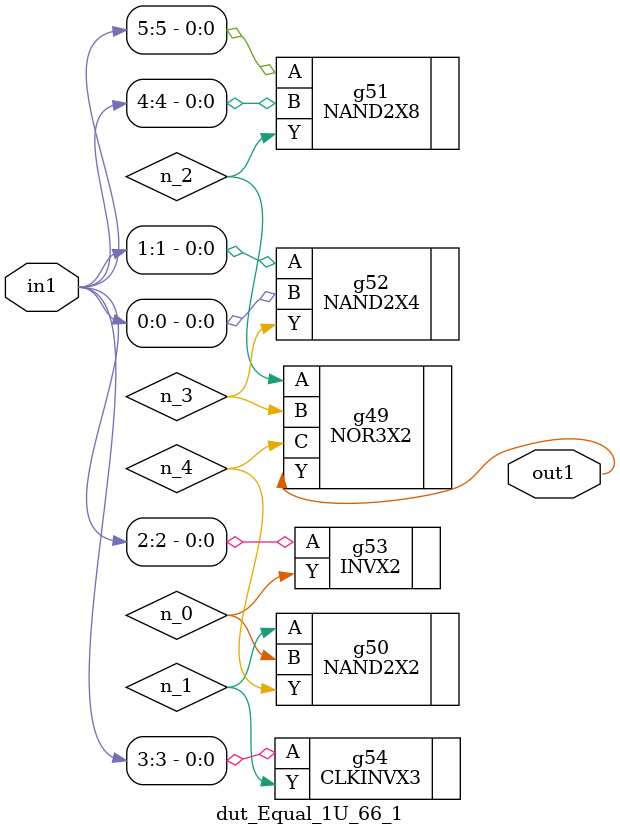
<source format=v>
`timescale 1ps / 1ps


module dut_Equal_1U_66_1(in1, out1);
  input [5:0] in1;
  output out1;
  wire [5:0] in1;
  wire out1;
  wire n_0, n_1, n_2, n_3, n_4;
  NOR3X2 g49(.A (n_2), .B (n_3), .C (n_4), .Y (out1));
  NAND2X2 g50(.A (n_1), .B (n_0), .Y (n_4));
  NAND2X4 g52(.A (in1[1]), .B (in1[0]), .Y (n_3));
  NAND2X8 g51(.A (in1[5]), .B (in1[4]), .Y (n_2));
  CLKINVX3 g54(.A (in1[3]), .Y (n_1));
  INVX2 g53(.A (in1[2]), .Y (n_0));
endmodule



</source>
